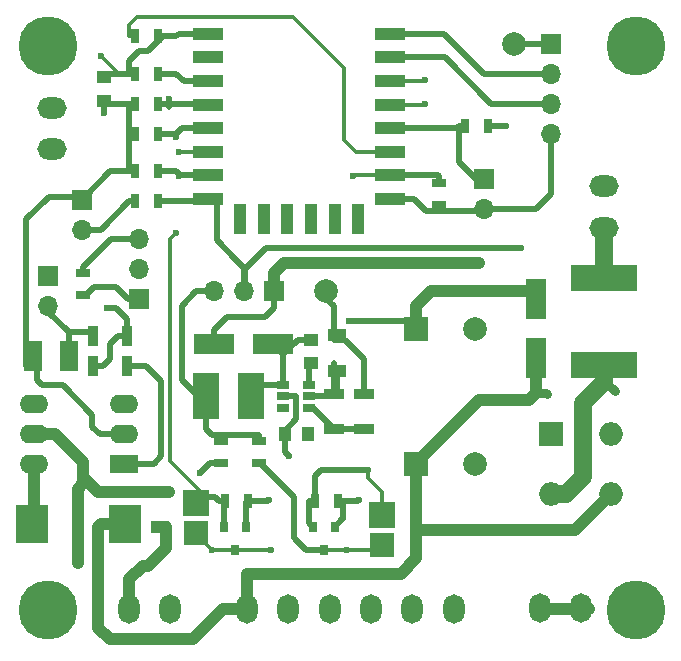
<source format=gbr>
%TF.GenerationSoftware,KiCad,Pcbnew,(5.1.2)-1*%
%TF.CreationDate,2019-05-07T13:27:00+02:00*%
%TF.ProjectId,nfc-door,6e66632d-646f-46f7-922e-6b696361645f,rev?*%
%TF.SameCoordinates,Original*%
%TF.FileFunction,Copper,L1,Top*%
%TF.FilePolarity,Positive*%
%FSLAX46Y46*%
G04 Gerber Fmt 4.6, Leading zero omitted, Abs format (unit mm)*
G04 Created by KiCad (PCBNEW (5.1.2)-1) date 2019-05-07 13:27:00*
%MOMM*%
%LPD*%
G04 APERTURE LIST*
%ADD10R,2.000000X2.000000*%
%ADD11C,2.000000*%
%ADD12R,2.700000X3.200000*%
%ADD13R,1.100000X2.500000*%
%ADD14R,2.500000X1.100000*%
%ADD15R,1.500000X2.600000*%
%ADD16R,1.700000X1.700000*%
%ADD17O,1.700000X1.700000*%
%ADD18C,1.998980*%
%ADD19R,0.700000X1.300000*%
%ADD20R,1.300000X0.700000*%
%ADD21R,2.159000X2.159000*%
%ADD22R,2.286000X2.286000*%
%ADD23O,1.800000X2.500000*%
%ADD24O,2.500000X1.800000*%
%ADD25R,2.400000X1.600000*%
%ADD26O,2.400000X1.600000*%
%ADD27R,1.250000X1.000000*%
%ADD28R,0.800000X0.900000*%
%ADD29R,1.000000X1.250000*%
%ADD30R,1.600000X1.000000*%
%ADD31R,1.800000X3.500000*%
%ADD32R,3.500000X1.800000*%
%ADD33R,5.600000X2.300000*%
%ADD34R,2.200000X3.900000*%
%ADD35R,0.900000X1.700000*%
%ADD36R,1.700000X0.900000*%
%ADD37R,1.060000X0.650000*%
%ADD38C,5.000000*%
%ADD39O,2.000000X2.000000*%
%ADD40C,0.600000*%
%ADD41C,0.500000*%
%ADD42C,1.000000*%
%ADD43C,0.250000*%
%ADD44C,0.300000*%
%ADD45C,0.750000*%
%ADD46C,1.500000*%
G04 APERTURE END LIST*
D10*
X111170000Y-139430000D03*
D11*
X116170000Y-139430000D03*
D12*
X86545000Y-144510000D03*
X78645000Y-144510000D03*
D13*
X106250000Y-118710000D03*
X104250000Y-118710000D03*
X102250000Y-118710000D03*
X100250000Y-118710000D03*
X98250000Y-118710000D03*
X96250000Y-118710000D03*
D14*
X108960000Y-103010000D03*
X108960000Y-105010000D03*
X108960000Y-107010000D03*
X108960000Y-109010000D03*
X108960000Y-111010000D03*
X108960000Y-113010000D03*
X108960000Y-115010000D03*
X108960000Y-117010000D03*
X93560000Y-117010000D03*
X93560000Y-115010000D03*
X93560000Y-113010000D03*
X93560000Y-111010000D03*
X93560000Y-109010000D03*
X93560000Y-107010000D03*
X93560000Y-105010000D03*
X93560000Y-103010000D03*
D15*
X78740000Y-130284000D03*
X81740000Y-130284000D03*
D16*
X79990000Y-123534000D03*
D17*
X79990000Y-126074000D03*
D18*
X103550000Y-124825000D03*
D19*
X94980000Y-142605000D03*
X96880000Y-142605000D03*
D18*
X103550000Y-124825000D03*
X103550000Y-124825000D03*
D19*
X96880000Y-142605000D03*
X94980000Y-142605000D03*
D20*
X82976000Y-125140000D03*
X82976000Y-123240000D03*
X97835000Y-137464000D03*
X97835000Y-139364000D03*
D19*
X102600000Y-142605000D03*
X104500000Y-142605000D03*
X87360000Y-114665000D03*
X89260000Y-114665000D03*
X115300000Y-110855000D03*
X117200000Y-110855000D03*
X87360000Y-117205000D03*
X89260000Y-117205000D03*
X87360000Y-108950000D03*
X89260000Y-108950000D03*
D20*
X94660000Y-137464000D03*
X94660000Y-139364000D03*
D19*
X94980000Y-142605000D03*
X96880000Y-142605000D03*
D20*
X113075000Y-117520000D03*
X113075000Y-115620000D03*
D19*
X87360000Y-106410000D03*
X89260000Y-106410000D03*
X87360000Y-103235000D03*
X89260000Y-103235000D03*
X87360000Y-111490000D03*
X89260000Y-111490000D03*
D21*
X92490000Y-145284000D03*
D22*
X92490000Y-142744000D03*
X108240000Y-143744000D03*
D21*
X108240000Y-146284000D03*
D16*
X87675000Y-125460000D03*
D17*
X87675000Y-122920000D03*
X87675000Y-120380000D03*
D16*
X122600000Y-103870000D03*
D17*
X122600000Y-106410000D03*
X122600000Y-108950000D03*
X122600000Y-111490000D03*
D23*
X114340000Y-151734000D03*
X110840000Y-151734000D03*
D24*
X80309000Y-112760000D03*
X80309000Y-109260000D03*
D16*
X99105000Y-124825000D03*
D17*
X96565000Y-124825000D03*
X94025000Y-124825000D03*
D25*
X86405000Y-139430000D03*
D26*
X78785000Y-134350000D03*
X86405000Y-136890000D03*
X78785000Y-136890000D03*
X86405000Y-134350000D03*
X78785000Y-139430000D03*
D16*
X116885000Y-115300000D03*
D17*
X116885000Y-117840000D03*
D16*
X82849000Y-117078000D03*
D17*
X82849000Y-119618000D03*
D27*
X84754000Y-106680000D03*
X84754000Y-108680000D03*
D28*
X96790000Y-144734000D03*
X94890000Y-144734000D03*
X95840000Y-146734000D03*
X104290000Y-144734000D03*
X102390000Y-144734000D03*
X103340000Y-146734000D03*
D18*
X119425000Y-103870000D03*
X103550000Y-124825000D03*
D10*
X111170000Y-128000000D03*
D11*
X116170000Y-128000000D03*
D29*
X100010000Y-136890000D03*
X102010000Y-136890000D03*
D27*
X102280000Y-128905000D03*
X102280000Y-130905000D03*
D30*
X89490000Y-144784000D03*
X89490000Y-141784000D03*
D31*
X121330000Y-125500000D03*
X121330000Y-130500000D03*
D32*
X99065000Y-129270000D03*
X94065000Y-129270000D03*
D33*
X127045000Y-131065000D03*
X127045000Y-123665000D03*
D24*
X127045000Y-115935000D03*
X127045000Y-119435000D03*
D23*
X90340000Y-151734000D03*
X86840000Y-151734000D03*
X100340000Y-151734000D03*
X96840000Y-151734000D03*
X107340000Y-151734000D03*
X103840000Y-151734000D03*
X125140000Y-151622000D03*
X121640000Y-151622000D03*
D34*
X97195000Y-133715000D03*
X93395000Y-133715000D03*
D35*
X86700000Y-128635000D03*
X83800000Y-128635000D03*
X83800000Y-131175000D03*
X86700000Y-131175000D03*
D36*
X104185000Y-133535000D03*
X104185000Y-136435000D03*
X106725000Y-133535000D03*
X106725000Y-136435000D03*
D37*
X99910000Y-132765000D03*
X99910000Y-133715000D03*
X99910000Y-134665000D03*
X102110000Y-134665000D03*
X102110000Y-132765000D03*
X102110000Y-133715000D03*
D30*
X104490000Y-131534000D03*
X104490000Y-128534000D03*
D38*
X79990000Y-151784000D03*
X129740000Y-151784000D03*
X79990000Y-104034000D03*
X129740000Y-104034000D03*
D10*
X122600000Y-136890000D03*
D39*
X127680000Y-141970000D03*
X122600000Y-141970000D03*
X127680000Y-136890000D03*
D40*
X104185000Y-133535000D03*
X102280000Y-136890000D03*
X116504000Y-122412000D03*
X84754000Y-109712000D03*
X104185000Y-133535000D03*
X102280000Y-136890000D03*
X116504000Y-122412000D03*
X84754000Y-109712000D03*
X104185000Y-133535000D03*
X102280000Y-136890000D03*
X116504000Y-122412000D03*
X84754000Y-109712000D03*
X104185000Y-133535000D03*
X102280000Y-136890000D03*
X116504000Y-122412000D03*
X84754000Y-109712000D03*
X118790000Y-110855000D03*
X120060000Y-121142000D03*
X98724000Y-142478000D03*
X106344000Y-142478000D03*
X118790000Y-110855000D03*
X120060000Y-121142000D03*
X98724000Y-142478000D03*
X106344000Y-142478000D03*
X118790000Y-110855000D03*
X120060000Y-121142000D03*
X98724000Y-142478000D03*
X106344000Y-142478000D03*
X118790000Y-110855000D03*
X120060000Y-121142000D03*
X98724000Y-142478000D03*
X106344000Y-142478000D03*
X122240000Y-133534000D03*
X86545000Y-144510000D03*
X122240000Y-133534000D03*
X86545000Y-144510000D03*
X122240000Y-133534000D03*
X86545000Y-144510000D03*
X122240000Y-133534000D03*
X86545000Y-144510000D03*
X91104000Y-115046000D03*
X85008000Y-126222000D03*
X91104000Y-115046000D03*
X85008000Y-126222000D03*
X91104000Y-115046000D03*
X85008000Y-126222000D03*
X91104000Y-115046000D03*
X85008000Y-126222000D03*
X105340000Y-146734000D03*
X105340000Y-146734000D03*
X105340000Y-146734000D03*
X105340000Y-146734000D03*
X82490000Y-147784000D03*
X82490000Y-147784000D03*
X82490000Y-147784000D03*
X82490000Y-147784000D03*
X93840000Y-146734000D03*
X92840000Y-140234000D03*
X98840000Y-146734000D03*
X93840000Y-146734000D03*
X92840000Y-140234000D03*
X98840000Y-146734000D03*
X93840000Y-146734000D03*
X92840000Y-140234000D03*
X98840000Y-146734000D03*
X93840000Y-146734000D03*
X92840000Y-140234000D03*
X98840000Y-146734000D03*
X100375000Y-138795000D03*
X105455000Y-127365000D03*
X100375000Y-138795000D03*
X105455000Y-127365000D03*
X100375000Y-138795000D03*
X105455000Y-127365000D03*
X100375000Y-138795000D03*
X105455000Y-127365000D03*
X78740000Y-144534000D03*
X78740000Y-144534000D03*
X78740000Y-144534000D03*
X78740000Y-144534000D03*
X111932000Y-108950000D03*
X107106000Y-139938000D03*
X111932000Y-108950000D03*
X107106000Y-139938000D03*
X111932000Y-108950000D03*
X107106000Y-139938000D03*
X111932000Y-108950000D03*
X107106000Y-139938000D03*
X90850000Y-119872000D03*
X111932000Y-106918000D03*
X90850000Y-119872000D03*
X111932000Y-106918000D03*
X90850000Y-119872000D03*
X111932000Y-106918000D03*
X90850000Y-119872000D03*
X111932000Y-106918000D03*
X127990000Y-133284000D03*
X127990000Y-133284000D03*
X127990000Y-133284000D03*
X127990000Y-133284000D03*
X90850000Y-111744000D03*
X90850000Y-111744000D03*
X90850000Y-111744000D03*
X90850000Y-111744000D03*
X90215000Y-108569000D03*
X90215000Y-108569000D03*
X90215000Y-108569000D03*
X90215000Y-108569000D03*
X105836000Y-115046000D03*
X105836000Y-115046000D03*
X105836000Y-115046000D03*
X105836000Y-115046000D03*
X84500000Y-104886000D03*
X84500000Y-104886000D03*
X84500000Y-104886000D03*
X84500000Y-104886000D03*
X91104000Y-113014000D03*
X91104000Y-113014000D03*
X91104000Y-113014000D03*
X91104000Y-113014000D03*
D41*
X78150000Y-129905000D02*
X78150000Y-131175000D01*
X86860000Y-114665000D02*
X86860000Y-114534000D01*
X86860000Y-114534000D02*
X86860000Y-111490000D01*
X86860000Y-111490000D02*
X86860000Y-108950000D01*
X108260000Y-117010000D02*
X110975000Y-117010000D01*
X111985000Y-118020000D02*
X113075000Y-118020000D01*
X110975000Y-117010000D02*
X111985000Y-118020000D01*
X113075000Y-118020000D02*
X116705000Y-118020000D01*
X116705000Y-118020000D02*
X116885000Y-117840000D01*
X116885000Y-117840000D02*
X121330000Y-117840000D01*
X122600000Y-116570000D02*
X122600000Y-111490000D01*
X121330000Y-117840000D02*
X122600000Y-116570000D01*
X104005000Y-133715000D02*
X104185000Y-133535000D01*
X104185000Y-133535000D02*
X104185000Y-130905000D01*
X102110000Y-133715000D02*
X104005000Y-133715000D01*
X104005000Y-133715000D02*
X104185000Y-133535000D01*
X102280000Y-136890000D02*
X102010000Y-136890000D01*
D42*
X99105000Y-124825000D02*
X99105000Y-123301000D01*
X99994000Y-122412000D02*
X114472000Y-122412000D01*
X114472000Y-122412000D02*
X116504000Y-122412000D01*
X99105000Y-123301000D02*
X99994000Y-122412000D01*
X114472000Y-122412000D02*
X116504000Y-122412000D01*
D41*
X86860000Y-108950000D02*
X85024000Y-108950000D01*
X85024000Y-108950000D02*
X84754000Y-108680000D01*
X84754000Y-108680000D02*
X84754000Y-109712000D01*
D42*
X125775000Y-151749000D02*
X121965000Y-151749000D01*
D41*
X86860000Y-114665000D02*
X85262000Y-114665000D01*
X85262000Y-114665000D02*
X83103000Y-116824000D01*
X83103000Y-116824000D02*
X80055000Y-116824000D01*
X78150000Y-118729000D02*
X78150000Y-125144000D01*
X78150000Y-125144000D02*
X78150000Y-129905000D01*
X80055000Y-116824000D02*
X78150000Y-118729000D01*
X94065000Y-129270000D02*
X94065000Y-128109000D01*
X99105000Y-126269000D02*
X99105000Y-124825000D01*
X98340000Y-127034000D02*
X99105000Y-126269000D01*
X95140000Y-127034000D02*
X98340000Y-127034000D01*
X94065000Y-128109000D02*
X95140000Y-127034000D01*
X79040000Y-131034000D02*
X78291000Y-131034000D01*
X78291000Y-131034000D02*
X78150000Y-131175000D01*
X104490000Y-131534000D02*
X104490000Y-133230000D01*
X104490000Y-133230000D02*
X104185000Y-133535000D01*
D42*
X89990000Y-144784000D02*
X89990000Y-146534000D01*
X86840000Y-149184000D02*
X86840000Y-151734000D01*
X87990000Y-148034000D02*
X86840000Y-149184000D01*
X88490000Y-148034000D02*
X87990000Y-148034000D01*
X89990000Y-146534000D02*
X88490000Y-148034000D01*
D41*
X79040000Y-131034000D02*
X79040000Y-132334000D01*
X84346000Y-136890000D02*
X86405000Y-136890000D01*
X83740000Y-136284000D02*
X84346000Y-136890000D01*
X83740000Y-135284000D02*
X83740000Y-136284000D01*
X81240000Y-132784000D02*
X83740000Y-135284000D01*
X79490000Y-132784000D02*
X81240000Y-132784000D01*
X79040000Y-132334000D02*
X79490000Y-132784000D01*
X87360000Y-108950000D02*
X85024000Y-108950000D01*
X85024000Y-108950000D02*
X84754000Y-108680000D01*
X87360000Y-111490000D02*
X86860000Y-111490000D01*
X87360000Y-114665000D02*
X86860000Y-114665000D01*
X86860000Y-114665000D02*
X86860000Y-114534000D01*
X113075000Y-117520000D02*
X113075000Y-118020000D01*
X78150000Y-129905000D02*
X78150000Y-131175000D01*
X86860000Y-114665000D02*
X86860000Y-114534000D01*
X86860000Y-114534000D02*
X86860000Y-111490000D01*
X86860000Y-111490000D02*
X86860000Y-108950000D01*
X108260000Y-117010000D02*
X110975000Y-117010000D01*
X111985000Y-118020000D02*
X113075000Y-118020000D01*
X110975000Y-117010000D02*
X111985000Y-118020000D01*
X113075000Y-118020000D02*
X116705000Y-118020000D01*
X116705000Y-118020000D02*
X116885000Y-117840000D01*
X116885000Y-117840000D02*
X121330000Y-117840000D01*
X122600000Y-116570000D02*
X122600000Y-111490000D01*
X121330000Y-117840000D02*
X122600000Y-116570000D01*
X104005000Y-133715000D02*
X104185000Y-133535000D01*
X104185000Y-133535000D02*
X104185000Y-130905000D01*
X102110000Y-133715000D02*
X104005000Y-133715000D01*
X104005000Y-133715000D02*
X104185000Y-133535000D01*
X102280000Y-136890000D02*
X102010000Y-136890000D01*
D42*
X99105000Y-124825000D02*
X99105000Y-123301000D01*
X99994000Y-122412000D02*
X114472000Y-122412000D01*
X114472000Y-122412000D02*
X116504000Y-122412000D01*
X99105000Y-123301000D02*
X99994000Y-122412000D01*
X114472000Y-122412000D02*
X116504000Y-122412000D01*
D41*
X86860000Y-108950000D02*
X85024000Y-108950000D01*
X85024000Y-108950000D02*
X84754000Y-108680000D01*
X84754000Y-108680000D02*
X84754000Y-109712000D01*
D42*
X125775000Y-151749000D02*
X121965000Y-151749000D01*
D41*
X86860000Y-114665000D02*
X85262000Y-114665000D01*
X85262000Y-114665000D02*
X83103000Y-116824000D01*
X83103000Y-116824000D02*
X80055000Y-116824000D01*
X78150000Y-118729000D02*
X78150000Y-125144000D01*
X78150000Y-125144000D02*
X78150000Y-129905000D01*
X80055000Y-116824000D02*
X78150000Y-118729000D01*
X94065000Y-129270000D02*
X94065000Y-128109000D01*
X99105000Y-126269000D02*
X99105000Y-124825000D01*
X98340000Y-127034000D02*
X99105000Y-126269000D01*
X95140000Y-127034000D02*
X98340000Y-127034000D01*
X94065000Y-128109000D02*
X95140000Y-127034000D01*
X79040000Y-131034000D02*
X78291000Y-131034000D01*
X78291000Y-131034000D02*
X78150000Y-131175000D01*
X104490000Y-131534000D02*
X104490000Y-133230000D01*
X104490000Y-133230000D02*
X104185000Y-133535000D01*
D42*
X89990000Y-144784000D02*
X89990000Y-146534000D01*
X86840000Y-149184000D02*
X86840000Y-151734000D01*
X87990000Y-148034000D02*
X86840000Y-149184000D01*
X88490000Y-148034000D02*
X87990000Y-148034000D01*
X89990000Y-146534000D02*
X88490000Y-148034000D01*
D41*
X79040000Y-131034000D02*
X79040000Y-132334000D01*
X84346000Y-136890000D02*
X86405000Y-136890000D01*
X83740000Y-136284000D02*
X84346000Y-136890000D01*
X83740000Y-135284000D02*
X83740000Y-136284000D01*
X81240000Y-132784000D02*
X83740000Y-135284000D01*
X79490000Y-132784000D02*
X81240000Y-132784000D01*
X79040000Y-132334000D02*
X79490000Y-132784000D01*
X87360000Y-108950000D02*
X85024000Y-108950000D01*
X85024000Y-108950000D02*
X84754000Y-108680000D01*
X87360000Y-111490000D02*
X86860000Y-111490000D01*
X87360000Y-114665000D02*
X86860000Y-114665000D01*
X86860000Y-114665000D02*
X86860000Y-114534000D01*
X113075000Y-117520000D02*
X113075000Y-118020000D01*
X78150000Y-129905000D02*
X78150000Y-131175000D01*
X86860000Y-114665000D02*
X86860000Y-114534000D01*
X86860000Y-114534000D02*
X86860000Y-111490000D01*
X86860000Y-111490000D02*
X86860000Y-108950000D01*
X108260000Y-117010000D02*
X110975000Y-117010000D01*
X111985000Y-118020000D02*
X113075000Y-118020000D01*
X110975000Y-117010000D02*
X111985000Y-118020000D01*
X113075000Y-118020000D02*
X116705000Y-118020000D01*
X116705000Y-118020000D02*
X116885000Y-117840000D01*
X116885000Y-117840000D02*
X121330000Y-117840000D01*
X122600000Y-116570000D02*
X122600000Y-111490000D01*
X121330000Y-117840000D02*
X122600000Y-116570000D01*
X104005000Y-133715000D02*
X104185000Y-133535000D01*
X104185000Y-133535000D02*
X104185000Y-130905000D01*
X102110000Y-133715000D02*
X104005000Y-133715000D01*
X104005000Y-133715000D02*
X104185000Y-133535000D01*
X102280000Y-136890000D02*
X102010000Y-136890000D01*
D42*
X99105000Y-124825000D02*
X99105000Y-123301000D01*
X99994000Y-122412000D02*
X114472000Y-122412000D01*
X114472000Y-122412000D02*
X116504000Y-122412000D01*
X99105000Y-123301000D02*
X99994000Y-122412000D01*
X114472000Y-122412000D02*
X116504000Y-122412000D01*
D41*
X86860000Y-108950000D02*
X85024000Y-108950000D01*
X85024000Y-108950000D02*
X84754000Y-108680000D01*
X84754000Y-108680000D02*
X84754000Y-109712000D01*
D42*
X125775000Y-151749000D02*
X121965000Y-151749000D01*
D41*
X86860000Y-114665000D02*
X85262000Y-114665000D01*
X85262000Y-114665000D02*
X83103000Y-116824000D01*
X83103000Y-116824000D02*
X80055000Y-116824000D01*
X78150000Y-118729000D02*
X78150000Y-125144000D01*
X78150000Y-125144000D02*
X78150000Y-129905000D01*
X80055000Y-116824000D02*
X78150000Y-118729000D01*
X94065000Y-129270000D02*
X94065000Y-128109000D01*
X99105000Y-126269000D02*
X99105000Y-124825000D01*
X98340000Y-127034000D02*
X99105000Y-126269000D01*
X95140000Y-127034000D02*
X98340000Y-127034000D01*
X94065000Y-128109000D02*
X95140000Y-127034000D01*
X79040000Y-131034000D02*
X78291000Y-131034000D01*
X78291000Y-131034000D02*
X78150000Y-131175000D01*
X104490000Y-131534000D02*
X104490000Y-133230000D01*
X104490000Y-133230000D02*
X104185000Y-133535000D01*
D42*
X89990000Y-144784000D02*
X89990000Y-146534000D01*
X86840000Y-149184000D02*
X86840000Y-151734000D01*
X87990000Y-148034000D02*
X86840000Y-149184000D01*
X88490000Y-148034000D02*
X87990000Y-148034000D01*
X89990000Y-146534000D02*
X88490000Y-148034000D01*
D41*
X79040000Y-131034000D02*
X79040000Y-132334000D01*
X84346000Y-136890000D02*
X86405000Y-136890000D01*
X83740000Y-136284000D02*
X84346000Y-136890000D01*
X83740000Y-135284000D02*
X83740000Y-136284000D01*
X81240000Y-132784000D02*
X83740000Y-135284000D01*
X79490000Y-132784000D02*
X81240000Y-132784000D01*
X79040000Y-132334000D02*
X79490000Y-132784000D01*
X87360000Y-108950000D02*
X85024000Y-108950000D01*
X85024000Y-108950000D02*
X84754000Y-108680000D01*
X87360000Y-111490000D02*
X86860000Y-111490000D01*
X87360000Y-114665000D02*
X86860000Y-114665000D01*
X86860000Y-114665000D02*
X86860000Y-114534000D01*
X113075000Y-117520000D02*
X113075000Y-118020000D01*
X78150000Y-129905000D02*
X78150000Y-131175000D01*
X86860000Y-114665000D02*
X86860000Y-114534000D01*
X86860000Y-114534000D02*
X86860000Y-111490000D01*
X86860000Y-111490000D02*
X86860000Y-108950000D01*
X108260000Y-117010000D02*
X110975000Y-117010000D01*
X111985000Y-118020000D02*
X113075000Y-118020000D01*
X110975000Y-117010000D02*
X111985000Y-118020000D01*
X113075000Y-118020000D02*
X116705000Y-118020000D01*
X116705000Y-118020000D02*
X116885000Y-117840000D01*
X116885000Y-117840000D02*
X121330000Y-117840000D01*
X122600000Y-116570000D02*
X122600000Y-111490000D01*
X121330000Y-117840000D02*
X122600000Y-116570000D01*
X104005000Y-133715000D02*
X104185000Y-133535000D01*
X104185000Y-133535000D02*
X104185000Y-130905000D01*
X102110000Y-133715000D02*
X104005000Y-133715000D01*
X104005000Y-133715000D02*
X104185000Y-133535000D01*
X102280000Y-136890000D02*
X102010000Y-136890000D01*
D42*
X99105000Y-124825000D02*
X99105000Y-123301000D01*
X99994000Y-122412000D02*
X114472000Y-122412000D01*
X114472000Y-122412000D02*
X116504000Y-122412000D01*
X99105000Y-123301000D02*
X99994000Y-122412000D01*
X114472000Y-122412000D02*
X116504000Y-122412000D01*
D41*
X86860000Y-108950000D02*
X85024000Y-108950000D01*
X85024000Y-108950000D02*
X84754000Y-108680000D01*
X84754000Y-108680000D02*
X84754000Y-109712000D01*
D42*
X125775000Y-151749000D02*
X121965000Y-151749000D01*
D41*
X86860000Y-114665000D02*
X85262000Y-114665000D01*
X85262000Y-114665000D02*
X83103000Y-116824000D01*
X83103000Y-116824000D02*
X80055000Y-116824000D01*
X78150000Y-118729000D02*
X78150000Y-125144000D01*
X78150000Y-125144000D02*
X78150000Y-129905000D01*
X80055000Y-116824000D02*
X78150000Y-118729000D01*
X94065000Y-129270000D02*
X94065000Y-128109000D01*
X99105000Y-126269000D02*
X99105000Y-124825000D01*
X98340000Y-127034000D02*
X99105000Y-126269000D01*
X95140000Y-127034000D02*
X98340000Y-127034000D01*
X94065000Y-128109000D02*
X95140000Y-127034000D01*
X79040000Y-131034000D02*
X78291000Y-131034000D01*
X78291000Y-131034000D02*
X78150000Y-131175000D01*
X104490000Y-131534000D02*
X104490000Y-133230000D01*
X104490000Y-133230000D02*
X104185000Y-133535000D01*
D42*
X89990000Y-144784000D02*
X89990000Y-146534000D01*
X86840000Y-149184000D02*
X86840000Y-151734000D01*
X87990000Y-148034000D02*
X86840000Y-149184000D01*
X88490000Y-148034000D02*
X87990000Y-148034000D01*
X89990000Y-146534000D02*
X88490000Y-148034000D01*
D41*
X79040000Y-131034000D02*
X79040000Y-132334000D01*
X84346000Y-136890000D02*
X86405000Y-136890000D01*
X83740000Y-136284000D02*
X84346000Y-136890000D01*
X83740000Y-135284000D02*
X83740000Y-136284000D01*
X81240000Y-132784000D02*
X83740000Y-135284000D01*
X79490000Y-132784000D02*
X81240000Y-132784000D01*
X79040000Y-132334000D02*
X79490000Y-132784000D01*
X87360000Y-108950000D02*
X85024000Y-108950000D01*
X85024000Y-108950000D02*
X84754000Y-108680000D01*
X87360000Y-111490000D02*
X86860000Y-111490000D01*
X87360000Y-114665000D02*
X86860000Y-114665000D01*
X86860000Y-114665000D02*
X86860000Y-114534000D01*
X113075000Y-117520000D02*
X113075000Y-118020000D01*
X89760000Y-117205000D02*
X89840000Y-117205000D01*
X89840000Y-117205000D02*
X94065000Y-117205000D01*
X94065000Y-117205000D02*
X94260000Y-117010000D01*
X122600000Y-103870000D02*
X119425000Y-103870000D01*
X118790000Y-110855000D02*
X117700000Y-110855000D01*
X94260000Y-117010000D02*
X94260000Y-120488000D01*
X96692000Y-124698000D02*
X96565000Y-124825000D01*
X96692000Y-122920000D02*
X96692000Y-124698000D01*
X95930000Y-122158000D02*
X96692000Y-122920000D01*
X94260000Y-120488000D02*
X95930000Y-122158000D01*
X96565000Y-124825000D02*
X96565000Y-123047000D01*
X98470000Y-121142000D02*
X120060000Y-121142000D01*
X96565000Y-123047000D02*
X98470000Y-121142000D01*
D43*
X98597000Y-142605000D02*
X98724000Y-142478000D01*
X106217000Y-142605000D02*
X105000000Y-142605000D01*
X106344000Y-142478000D02*
X106217000Y-142605000D01*
D44*
X104290000Y-144734000D02*
X104340000Y-144734000D01*
X104340000Y-144734000D02*
X104940000Y-144134000D01*
X104940000Y-144134000D02*
X105000000Y-144074000D01*
D41*
X117200000Y-110855000D02*
X118790000Y-110855000D01*
X104500000Y-142605000D02*
X106217000Y-142605000D01*
X106217000Y-142605000D02*
X106344000Y-142478000D01*
X105000000Y-142605000D02*
X105000000Y-144074000D01*
X104940000Y-144134000D02*
X104890000Y-144134000D01*
X104890000Y-144134000D02*
X104290000Y-144734000D01*
X89840000Y-117205000D02*
X89260000Y-117205000D01*
X96790000Y-144734000D02*
X96790000Y-142695000D01*
X96790000Y-142695000D02*
X96880000Y-142605000D01*
X96880000Y-142605000D02*
X98597000Y-142605000D01*
X98597000Y-142605000D02*
X98724000Y-142478000D01*
X89760000Y-117205000D02*
X89840000Y-117205000D01*
X89840000Y-117205000D02*
X94065000Y-117205000D01*
X94065000Y-117205000D02*
X94260000Y-117010000D01*
X122600000Y-103870000D02*
X119425000Y-103870000D01*
X118790000Y-110855000D02*
X117700000Y-110855000D01*
X94260000Y-117010000D02*
X94260000Y-120488000D01*
X96692000Y-124698000D02*
X96565000Y-124825000D01*
X96692000Y-122920000D02*
X96692000Y-124698000D01*
X95930000Y-122158000D02*
X96692000Y-122920000D01*
X94260000Y-120488000D02*
X95930000Y-122158000D01*
X96565000Y-124825000D02*
X96565000Y-123047000D01*
X98470000Y-121142000D02*
X120060000Y-121142000D01*
X96565000Y-123047000D02*
X98470000Y-121142000D01*
D43*
X98597000Y-142605000D02*
X98724000Y-142478000D01*
X106217000Y-142605000D02*
X105000000Y-142605000D01*
X106344000Y-142478000D02*
X106217000Y-142605000D01*
D44*
X104290000Y-144734000D02*
X104340000Y-144734000D01*
X104340000Y-144734000D02*
X104940000Y-144134000D01*
X104940000Y-144134000D02*
X105000000Y-144074000D01*
D41*
X117200000Y-110855000D02*
X118790000Y-110855000D01*
X104500000Y-142605000D02*
X106217000Y-142605000D01*
X106217000Y-142605000D02*
X106344000Y-142478000D01*
X105000000Y-142605000D02*
X105000000Y-144074000D01*
X104940000Y-144134000D02*
X104890000Y-144134000D01*
X104890000Y-144134000D02*
X104290000Y-144734000D01*
X89840000Y-117205000D02*
X89260000Y-117205000D01*
X96790000Y-144734000D02*
X96790000Y-142695000D01*
X96790000Y-142695000D02*
X96880000Y-142605000D01*
X96880000Y-142605000D02*
X98597000Y-142605000D01*
X98597000Y-142605000D02*
X98724000Y-142478000D01*
X89760000Y-117205000D02*
X89840000Y-117205000D01*
X89840000Y-117205000D02*
X94065000Y-117205000D01*
X94065000Y-117205000D02*
X94260000Y-117010000D01*
X122600000Y-103870000D02*
X119425000Y-103870000D01*
X118790000Y-110855000D02*
X117700000Y-110855000D01*
X94260000Y-117010000D02*
X94260000Y-120488000D01*
X96692000Y-124698000D02*
X96565000Y-124825000D01*
X96692000Y-122920000D02*
X96692000Y-124698000D01*
X95930000Y-122158000D02*
X96692000Y-122920000D01*
X94260000Y-120488000D02*
X95930000Y-122158000D01*
X96565000Y-124825000D02*
X96565000Y-123047000D01*
X98470000Y-121142000D02*
X120060000Y-121142000D01*
X96565000Y-123047000D02*
X98470000Y-121142000D01*
D43*
X98597000Y-142605000D02*
X98724000Y-142478000D01*
X106217000Y-142605000D02*
X105000000Y-142605000D01*
X106344000Y-142478000D02*
X106217000Y-142605000D01*
D44*
X104290000Y-144734000D02*
X104340000Y-144734000D01*
X104340000Y-144734000D02*
X104940000Y-144134000D01*
X104940000Y-144134000D02*
X105000000Y-144074000D01*
D41*
X117200000Y-110855000D02*
X118790000Y-110855000D01*
X104500000Y-142605000D02*
X106217000Y-142605000D01*
X106217000Y-142605000D02*
X106344000Y-142478000D01*
X105000000Y-142605000D02*
X105000000Y-144074000D01*
X104940000Y-144134000D02*
X104890000Y-144134000D01*
X104890000Y-144134000D02*
X104290000Y-144734000D01*
X89840000Y-117205000D02*
X89260000Y-117205000D01*
X96790000Y-144734000D02*
X96790000Y-142695000D01*
X96790000Y-142695000D02*
X96880000Y-142605000D01*
X96880000Y-142605000D02*
X98597000Y-142605000D01*
X98597000Y-142605000D02*
X98724000Y-142478000D01*
X89760000Y-117205000D02*
X89840000Y-117205000D01*
X89840000Y-117205000D02*
X94065000Y-117205000D01*
X94065000Y-117205000D02*
X94260000Y-117010000D01*
X122600000Y-103870000D02*
X119425000Y-103870000D01*
X118790000Y-110855000D02*
X117700000Y-110855000D01*
X94260000Y-117010000D02*
X94260000Y-120488000D01*
X96692000Y-124698000D02*
X96565000Y-124825000D01*
X96692000Y-122920000D02*
X96692000Y-124698000D01*
X95930000Y-122158000D02*
X96692000Y-122920000D01*
X94260000Y-120488000D02*
X95930000Y-122158000D01*
X96565000Y-124825000D02*
X96565000Y-123047000D01*
X98470000Y-121142000D02*
X120060000Y-121142000D01*
X96565000Y-123047000D02*
X98470000Y-121142000D01*
D43*
X98597000Y-142605000D02*
X98724000Y-142478000D01*
X106217000Y-142605000D02*
X105000000Y-142605000D01*
X106344000Y-142478000D02*
X106217000Y-142605000D01*
D44*
X104290000Y-144734000D02*
X104340000Y-144734000D01*
X104340000Y-144734000D02*
X104940000Y-144134000D01*
X104940000Y-144134000D02*
X105000000Y-144074000D01*
D41*
X117200000Y-110855000D02*
X118790000Y-110855000D01*
X104500000Y-142605000D02*
X106217000Y-142605000D01*
X106217000Y-142605000D02*
X106344000Y-142478000D01*
X105000000Y-142605000D02*
X105000000Y-144074000D01*
X104940000Y-144134000D02*
X104890000Y-144134000D01*
X104890000Y-144134000D02*
X104290000Y-144734000D01*
X89840000Y-117205000D02*
X89260000Y-117205000D01*
X96790000Y-144734000D02*
X96790000Y-142695000D01*
X96790000Y-142695000D02*
X96880000Y-142605000D01*
X96880000Y-142605000D02*
X98597000Y-142605000D01*
X98597000Y-142605000D02*
X98724000Y-142478000D01*
D42*
X96840000Y-151734000D02*
X96840000Y-148734000D01*
X111170000Y-147404000D02*
X109840000Y-148734000D01*
X109840000Y-148734000D02*
X96840000Y-148734000D01*
X111170000Y-139430000D02*
X111170000Y-147404000D01*
X111170000Y-139430000D02*
X111170000Y-144964000D01*
X124616000Y-145034000D02*
X127680000Y-141970000D01*
X111240000Y-145034000D02*
X124616000Y-145034000D01*
X111170000Y-144964000D02*
X111240000Y-145034000D01*
X111170000Y-139430000D02*
X111170000Y-139354000D01*
X121330000Y-133444000D02*
X121330000Y-130500000D01*
X120740000Y-134034000D02*
X121330000Y-133444000D01*
X116490000Y-134034000D02*
X120740000Y-134034000D01*
X111170000Y-139354000D02*
X116490000Y-134034000D01*
D45*
X121330000Y-133444000D02*
X122150000Y-133444000D01*
X122150000Y-133444000D02*
X122240000Y-133534000D01*
D42*
X84500000Y-144510000D02*
X84240000Y-144770000D01*
X84240000Y-144770000D02*
X84240000Y-153284000D01*
X84240000Y-153284000D02*
X85240000Y-154284000D01*
X85240000Y-154284000D02*
X92240000Y-154284000D01*
X92240000Y-154284000D02*
X94790000Y-151734000D01*
X94790000Y-151734000D02*
X96840000Y-151734000D01*
X84500000Y-144510000D02*
X86545000Y-144510000D01*
X96840000Y-151734000D02*
X96840000Y-148734000D01*
X111170000Y-147404000D02*
X109840000Y-148734000D01*
X109840000Y-148734000D02*
X96840000Y-148734000D01*
X111170000Y-139430000D02*
X111170000Y-147404000D01*
X111170000Y-139430000D02*
X111170000Y-144964000D01*
X124616000Y-145034000D02*
X127680000Y-141970000D01*
X111240000Y-145034000D02*
X124616000Y-145034000D01*
X111170000Y-144964000D02*
X111240000Y-145034000D01*
X111170000Y-139430000D02*
X111170000Y-139354000D01*
X121330000Y-133444000D02*
X121330000Y-130500000D01*
X120740000Y-134034000D02*
X121330000Y-133444000D01*
X116490000Y-134034000D02*
X120740000Y-134034000D01*
X111170000Y-139354000D02*
X116490000Y-134034000D01*
D45*
X121330000Y-133444000D02*
X122150000Y-133444000D01*
X122150000Y-133444000D02*
X122240000Y-133534000D01*
D42*
X84500000Y-144510000D02*
X84240000Y-144770000D01*
X84240000Y-144770000D02*
X84240000Y-153284000D01*
X84240000Y-153284000D02*
X85240000Y-154284000D01*
X85240000Y-154284000D02*
X92240000Y-154284000D01*
X92240000Y-154284000D02*
X94790000Y-151734000D01*
X94790000Y-151734000D02*
X96840000Y-151734000D01*
X84500000Y-144510000D02*
X86545000Y-144510000D01*
X96840000Y-151734000D02*
X96840000Y-148734000D01*
X111170000Y-147404000D02*
X109840000Y-148734000D01*
X109840000Y-148734000D02*
X96840000Y-148734000D01*
X111170000Y-139430000D02*
X111170000Y-147404000D01*
X111170000Y-139430000D02*
X111170000Y-144964000D01*
X124616000Y-145034000D02*
X127680000Y-141970000D01*
X111240000Y-145034000D02*
X124616000Y-145034000D01*
X111170000Y-144964000D02*
X111240000Y-145034000D01*
X111170000Y-139430000D02*
X111170000Y-139354000D01*
X121330000Y-133444000D02*
X121330000Y-130500000D01*
X120740000Y-134034000D02*
X121330000Y-133444000D01*
X116490000Y-134034000D02*
X120740000Y-134034000D01*
X111170000Y-139354000D02*
X116490000Y-134034000D01*
D45*
X121330000Y-133444000D02*
X122150000Y-133444000D01*
X122150000Y-133444000D02*
X122240000Y-133534000D01*
D42*
X84500000Y-144510000D02*
X84240000Y-144770000D01*
X84240000Y-144770000D02*
X84240000Y-153284000D01*
X84240000Y-153284000D02*
X85240000Y-154284000D01*
X85240000Y-154284000D02*
X92240000Y-154284000D01*
X92240000Y-154284000D02*
X94790000Y-151734000D01*
X94790000Y-151734000D02*
X96840000Y-151734000D01*
X84500000Y-144510000D02*
X86545000Y-144510000D01*
X96840000Y-151734000D02*
X96840000Y-148734000D01*
X111170000Y-147404000D02*
X109840000Y-148734000D01*
X109840000Y-148734000D02*
X96840000Y-148734000D01*
X111170000Y-139430000D02*
X111170000Y-147404000D01*
X111170000Y-139430000D02*
X111170000Y-144964000D01*
X124616000Y-145034000D02*
X127680000Y-141970000D01*
X111240000Y-145034000D02*
X124616000Y-145034000D01*
X111170000Y-144964000D02*
X111240000Y-145034000D01*
X111170000Y-139430000D02*
X111170000Y-139354000D01*
X121330000Y-133444000D02*
X121330000Y-130500000D01*
X120740000Y-134034000D02*
X121330000Y-133444000D01*
X116490000Y-134034000D02*
X120740000Y-134034000D01*
X111170000Y-139354000D02*
X116490000Y-134034000D01*
D45*
X121330000Y-133444000D02*
X122150000Y-133444000D01*
X122150000Y-133444000D02*
X122240000Y-133534000D01*
D42*
X84500000Y-144510000D02*
X84240000Y-144770000D01*
X84240000Y-144770000D02*
X84240000Y-153284000D01*
X84240000Y-153284000D02*
X85240000Y-154284000D01*
X85240000Y-154284000D02*
X92240000Y-154284000D01*
X92240000Y-154284000D02*
X94790000Y-151734000D01*
X94790000Y-151734000D02*
X96840000Y-151734000D01*
X84500000Y-144510000D02*
X86545000Y-144510000D01*
D41*
X104185000Y-128905000D02*
X104185000Y-126095000D01*
X103550000Y-125460000D02*
X103550000Y-124825000D01*
X104185000Y-126095000D02*
X103550000Y-125460000D01*
X106725000Y-133535000D02*
X106725000Y-130540000D01*
X105090000Y-128905000D02*
X104185000Y-128905000D01*
X106725000Y-130540000D02*
X105090000Y-128905000D01*
X94660000Y-136964000D02*
X97835000Y-136964000D01*
X97835000Y-136964000D02*
X97835000Y-137464000D01*
X94660000Y-136964000D02*
X93845000Y-136964000D01*
X93395000Y-136514000D02*
X93395000Y-133715000D01*
X93845000Y-136964000D02*
X93395000Y-136514000D01*
X93395000Y-133715000D02*
X92721000Y-133715000D01*
X92549000Y-124825000D02*
X94025000Y-124825000D01*
X91340000Y-126034000D02*
X92549000Y-124825000D01*
X91340000Y-132334000D02*
X91340000Y-126034000D01*
X92721000Y-133715000D02*
X91340000Y-132334000D01*
X94660000Y-137464000D02*
X94660000Y-136964000D01*
X104185000Y-128905000D02*
X104185000Y-126095000D01*
X103550000Y-125460000D02*
X103550000Y-124825000D01*
X104185000Y-126095000D02*
X103550000Y-125460000D01*
X106725000Y-133535000D02*
X106725000Y-130540000D01*
X105090000Y-128905000D02*
X104185000Y-128905000D01*
X106725000Y-130540000D02*
X105090000Y-128905000D01*
X94660000Y-136964000D02*
X97835000Y-136964000D01*
X97835000Y-136964000D02*
X97835000Y-137464000D01*
X94660000Y-136964000D02*
X93845000Y-136964000D01*
X93395000Y-136514000D02*
X93395000Y-133715000D01*
X93845000Y-136964000D02*
X93395000Y-136514000D01*
X93395000Y-133715000D02*
X92721000Y-133715000D01*
X92549000Y-124825000D02*
X94025000Y-124825000D01*
X91340000Y-126034000D02*
X92549000Y-124825000D01*
X91340000Y-132334000D02*
X91340000Y-126034000D01*
X92721000Y-133715000D02*
X91340000Y-132334000D01*
X94660000Y-137464000D02*
X94660000Y-136964000D01*
X104185000Y-128905000D02*
X104185000Y-126095000D01*
X103550000Y-125460000D02*
X103550000Y-124825000D01*
X104185000Y-126095000D02*
X103550000Y-125460000D01*
X106725000Y-133535000D02*
X106725000Y-130540000D01*
X105090000Y-128905000D02*
X104185000Y-128905000D01*
X106725000Y-130540000D02*
X105090000Y-128905000D01*
X94660000Y-136964000D02*
X97835000Y-136964000D01*
X97835000Y-136964000D02*
X97835000Y-137464000D01*
X94660000Y-136964000D02*
X93845000Y-136964000D01*
X93395000Y-136514000D02*
X93395000Y-133715000D01*
X93845000Y-136964000D02*
X93395000Y-136514000D01*
X93395000Y-133715000D02*
X92721000Y-133715000D01*
X92549000Y-124825000D02*
X94025000Y-124825000D01*
X91340000Y-126034000D02*
X92549000Y-124825000D01*
X91340000Y-132334000D02*
X91340000Y-126034000D01*
X92721000Y-133715000D02*
X91340000Y-132334000D01*
X94660000Y-137464000D02*
X94660000Y-136964000D01*
X104185000Y-128905000D02*
X104185000Y-126095000D01*
X103550000Y-125460000D02*
X103550000Y-124825000D01*
X104185000Y-126095000D02*
X103550000Y-125460000D01*
X106725000Y-133535000D02*
X106725000Y-130540000D01*
X105090000Y-128905000D02*
X104185000Y-128905000D01*
X106725000Y-130540000D02*
X105090000Y-128905000D01*
X94660000Y-136964000D02*
X97835000Y-136964000D01*
X97835000Y-136964000D02*
X97835000Y-137464000D01*
X94660000Y-136964000D02*
X93845000Y-136964000D01*
X93395000Y-136514000D02*
X93395000Y-133715000D01*
X93845000Y-136964000D02*
X93395000Y-136514000D01*
X93395000Y-133715000D02*
X92721000Y-133715000D01*
X92549000Y-124825000D02*
X94025000Y-124825000D01*
X91340000Y-126034000D02*
X92549000Y-124825000D01*
X91340000Y-132334000D02*
X91340000Y-126034000D01*
X92721000Y-133715000D02*
X91340000Y-132334000D01*
X94660000Y-137464000D02*
X94660000Y-136964000D01*
X108260000Y-103010000D02*
X113485000Y-103010000D01*
X116885000Y-106410000D02*
X122600000Y-106410000D01*
X113485000Y-103010000D02*
X116885000Y-106410000D01*
X108260000Y-103010000D02*
X113485000Y-103010000D01*
X116885000Y-106410000D02*
X122600000Y-106410000D01*
X113485000Y-103010000D02*
X116885000Y-106410000D01*
X108260000Y-103010000D02*
X113485000Y-103010000D01*
X116885000Y-106410000D02*
X122600000Y-106410000D01*
X113485000Y-103010000D02*
X116885000Y-106410000D01*
X108260000Y-103010000D02*
X113485000Y-103010000D01*
X116885000Y-106410000D02*
X122600000Y-106410000D01*
X113485000Y-103010000D02*
X116885000Y-106410000D01*
X88945000Y-139430000D02*
X86405000Y-139430000D01*
X89580000Y-138795000D02*
X88945000Y-139430000D01*
X89580000Y-132445000D02*
X89580000Y-138795000D01*
X88310000Y-131175000D02*
X89580000Y-132445000D01*
X88945000Y-139430000D02*
X86405000Y-139430000D01*
X89580000Y-138795000D02*
X88945000Y-139430000D01*
X89580000Y-132445000D02*
X89580000Y-138795000D01*
X88310000Y-131175000D02*
X89580000Y-132445000D01*
X88945000Y-139430000D02*
X86405000Y-139430000D01*
X89580000Y-138795000D02*
X88945000Y-139430000D01*
X89580000Y-132445000D02*
X89580000Y-138795000D01*
X88310000Y-131175000D02*
X89580000Y-132445000D01*
X88945000Y-139430000D02*
X86405000Y-139430000D01*
X89580000Y-138795000D02*
X88945000Y-139430000D01*
X89580000Y-132445000D02*
X89580000Y-138795000D01*
X88310000Y-131175000D02*
X89580000Y-132445000D01*
X86700000Y-131175000D02*
X88310000Y-131175000D01*
X108260000Y-105010000D02*
X113580000Y-105010000D01*
X117520000Y-108950000D02*
X122600000Y-108950000D01*
X113580000Y-105010000D02*
X117520000Y-108950000D01*
X108260000Y-105010000D02*
X113580000Y-105010000D01*
X117520000Y-108950000D02*
X122600000Y-108950000D01*
X113580000Y-105010000D02*
X117520000Y-108950000D01*
X108260000Y-105010000D02*
X113580000Y-105010000D01*
X117520000Y-108950000D02*
X122600000Y-108950000D01*
X113580000Y-105010000D02*
X117520000Y-108950000D01*
X108260000Y-105010000D02*
X113580000Y-105010000D01*
X117520000Y-108950000D02*
X122600000Y-108950000D01*
X113580000Y-105010000D02*
X117520000Y-108950000D01*
X83800000Y-131175000D02*
X84615000Y-131175000D01*
X85885000Y-128635000D02*
X86700000Y-128635000D01*
X85250000Y-129270000D02*
X85885000Y-128635000D01*
X85250000Y-130540000D02*
X85250000Y-129270000D01*
X84615000Y-131175000D02*
X85250000Y-130540000D01*
X89760000Y-114665000D02*
X90850000Y-114665000D01*
X90850000Y-114665000D02*
X91195000Y-115010000D01*
X91195000Y-115010000D02*
X94260000Y-115010000D01*
D44*
X91140000Y-115010000D02*
X94260000Y-115010000D01*
X91104000Y-115046000D02*
X91140000Y-115010000D01*
X86700000Y-127164000D02*
X85758000Y-126222000D01*
D41*
X89260000Y-114665000D02*
X90850000Y-114665000D01*
X90850000Y-114665000D02*
X91104000Y-114919000D01*
X91104000Y-114919000D02*
X91104000Y-115046000D01*
X83800000Y-131175000D02*
X84615000Y-131175000D01*
X85885000Y-128635000D02*
X86700000Y-128635000D01*
X85250000Y-129270000D02*
X85885000Y-128635000D01*
X85250000Y-130540000D02*
X85250000Y-129270000D01*
X84615000Y-131175000D02*
X85250000Y-130540000D01*
X89760000Y-114665000D02*
X90850000Y-114665000D01*
X90850000Y-114665000D02*
X91195000Y-115010000D01*
X91195000Y-115010000D02*
X94260000Y-115010000D01*
D44*
X86700000Y-128635000D02*
X86700000Y-127164000D01*
X91140000Y-115010000D02*
X94260000Y-115010000D01*
X91104000Y-115046000D02*
X91140000Y-115010000D01*
X86700000Y-127164000D02*
X85758000Y-126222000D01*
D41*
X89260000Y-114665000D02*
X90850000Y-114665000D01*
X90850000Y-114665000D02*
X91104000Y-114919000D01*
X91104000Y-114919000D02*
X91104000Y-115046000D01*
X83800000Y-131175000D02*
X84615000Y-131175000D01*
X85885000Y-128635000D02*
X86700000Y-128635000D01*
X85250000Y-129270000D02*
X85885000Y-128635000D01*
X85250000Y-130540000D02*
X85250000Y-129270000D01*
X84615000Y-131175000D02*
X85250000Y-130540000D01*
X89760000Y-114665000D02*
X90850000Y-114665000D01*
X90850000Y-114665000D02*
X91195000Y-115010000D01*
X91195000Y-115010000D02*
X94260000Y-115010000D01*
D44*
X86700000Y-128635000D02*
X86700000Y-127164000D01*
X91140000Y-115010000D02*
X94260000Y-115010000D01*
X91104000Y-115046000D02*
X91140000Y-115010000D01*
X86700000Y-127164000D02*
X85758000Y-126222000D01*
D41*
X89260000Y-114665000D02*
X90850000Y-114665000D01*
X90850000Y-114665000D02*
X91104000Y-114919000D01*
X91104000Y-114919000D02*
X91104000Y-115046000D01*
X83800000Y-131175000D02*
X84615000Y-131175000D01*
X85885000Y-128635000D02*
X86700000Y-128635000D01*
X85250000Y-129270000D02*
X85885000Y-128635000D01*
X85250000Y-130540000D02*
X85250000Y-129270000D01*
X84615000Y-131175000D02*
X85250000Y-130540000D01*
X89760000Y-114665000D02*
X90850000Y-114665000D01*
X90850000Y-114665000D02*
X91195000Y-115010000D01*
X91195000Y-115010000D02*
X94260000Y-115010000D01*
D44*
X86700000Y-128635000D02*
X86700000Y-127164000D01*
X91140000Y-115010000D02*
X94260000Y-115010000D01*
X91104000Y-115046000D02*
X91140000Y-115010000D01*
X86700000Y-127164000D02*
X85758000Y-126222000D01*
D41*
X89260000Y-114665000D02*
X90850000Y-114665000D01*
X90850000Y-114665000D02*
X91104000Y-114919000D01*
X91104000Y-114919000D02*
X91104000Y-115046000D01*
X86700000Y-128635000D02*
X86700000Y-127164000D01*
X86700000Y-127164000D02*
X85758000Y-126222000D01*
X85758000Y-126222000D02*
X85008000Y-126222000D01*
D44*
X100840000Y-145734000D02*
X100865000Y-145759000D01*
X103340000Y-146734000D02*
X105340000Y-146734000D01*
X105340000Y-146734000D02*
X107790000Y-146734000D01*
X107790000Y-146734000D02*
X108240000Y-146284000D01*
D41*
X97835000Y-139364000D02*
X97970000Y-139364000D01*
X97970000Y-139364000D02*
X100840000Y-142234000D01*
X100840000Y-142234000D02*
X100840000Y-145734000D01*
X100865000Y-145759000D02*
X101840000Y-146734000D01*
X101840000Y-146734000D02*
X103340000Y-146734000D01*
D44*
X100840000Y-145734000D02*
X100865000Y-145759000D01*
X103340000Y-146734000D02*
X105340000Y-146734000D01*
X105340000Y-146734000D02*
X107790000Y-146734000D01*
X107790000Y-146734000D02*
X108240000Y-146284000D01*
D41*
X97835000Y-139364000D02*
X97970000Y-139364000D01*
X97970000Y-139364000D02*
X100840000Y-142234000D01*
X100840000Y-142234000D02*
X100840000Y-145734000D01*
X100865000Y-145759000D02*
X101840000Y-146734000D01*
X101840000Y-146734000D02*
X103340000Y-146734000D01*
D44*
X100840000Y-145734000D02*
X100865000Y-145759000D01*
X103340000Y-146734000D02*
X105340000Y-146734000D01*
X105340000Y-146734000D02*
X107790000Y-146734000D01*
X107790000Y-146734000D02*
X108240000Y-146284000D01*
D41*
X97835000Y-139364000D02*
X97970000Y-139364000D01*
X97970000Y-139364000D02*
X100840000Y-142234000D01*
X100840000Y-142234000D02*
X100840000Y-145734000D01*
X100865000Y-145759000D02*
X101840000Y-146734000D01*
X101840000Y-146734000D02*
X103340000Y-146734000D01*
D44*
X100840000Y-145734000D02*
X100865000Y-145759000D01*
X103340000Y-146734000D02*
X105340000Y-146734000D01*
X105340000Y-146734000D02*
X107790000Y-146734000D01*
X107790000Y-146734000D02*
X108240000Y-146284000D01*
D41*
X97835000Y-139364000D02*
X97970000Y-139364000D01*
X97970000Y-139364000D02*
X100840000Y-142234000D01*
X100840000Y-142234000D02*
X100840000Y-145734000D01*
X100865000Y-145759000D02*
X101840000Y-146734000D01*
X101840000Y-146734000D02*
X103340000Y-146734000D01*
D42*
X78785000Y-136890000D02*
X80596000Y-136890000D01*
X87740000Y-141784000D02*
X89990000Y-141784000D01*
X80596000Y-136890000D02*
X82990000Y-139284000D01*
X82990000Y-139284000D02*
X82990000Y-140534000D01*
X82990000Y-140534000D02*
X84240000Y-141784000D01*
X84240000Y-141784000D02*
X87740000Y-141784000D01*
X89990000Y-141784000D02*
X90240000Y-141784000D01*
X82990000Y-141034000D02*
X82990000Y-140534000D01*
X82490000Y-141534000D02*
X82990000Y-141034000D01*
X82490000Y-147784000D02*
X82490000Y-141534000D01*
X78785000Y-136890000D02*
X80596000Y-136890000D01*
X87740000Y-141784000D02*
X89990000Y-141784000D01*
X80596000Y-136890000D02*
X82990000Y-139284000D01*
X82990000Y-139284000D02*
X82990000Y-140534000D01*
X82990000Y-140534000D02*
X84240000Y-141784000D01*
X84240000Y-141784000D02*
X87740000Y-141784000D01*
X89990000Y-141784000D02*
X90240000Y-141784000D01*
X82990000Y-141034000D02*
X82990000Y-140534000D01*
X82490000Y-141534000D02*
X82990000Y-141034000D01*
X82490000Y-147784000D02*
X82490000Y-141534000D01*
X78785000Y-136890000D02*
X80596000Y-136890000D01*
X87740000Y-141784000D02*
X89990000Y-141784000D01*
X80596000Y-136890000D02*
X82990000Y-139284000D01*
X82990000Y-139284000D02*
X82990000Y-140534000D01*
X82990000Y-140534000D02*
X84240000Y-141784000D01*
X84240000Y-141784000D02*
X87740000Y-141784000D01*
X89990000Y-141784000D02*
X90240000Y-141784000D01*
X82990000Y-141034000D02*
X82990000Y-140534000D01*
X82490000Y-141534000D02*
X82990000Y-141034000D01*
X82490000Y-147784000D02*
X82490000Y-141534000D01*
X78785000Y-136890000D02*
X80596000Y-136890000D01*
X87740000Y-141784000D02*
X89990000Y-141784000D01*
X80596000Y-136890000D02*
X82990000Y-139284000D01*
X82990000Y-139284000D02*
X82990000Y-140534000D01*
X82990000Y-140534000D02*
X84240000Y-141784000D01*
X84240000Y-141784000D02*
X87740000Y-141784000D01*
X89990000Y-141784000D02*
X90240000Y-141784000D01*
X82990000Y-141034000D02*
X82990000Y-140534000D01*
X82490000Y-141534000D02*
X82990000Y-141034000D01*
X82490000Y-147784000D02*
X82490000Y-141534000D01*
D46*
X127045000Y-119435000D02*
X127045000Y-123665000D01*
X127045000Y-119435000D02*
X127045000Y-123665000D01*
X127045000Y-119435000D02*
X127045000Y-123665000D01*
X127045000Y-119435000D02*
X127045000Y-123665000D01*
D44*
X93840000Y-146734000D02*
X95840000Y-146734000D01*
X95840000Y-146734000D02*
X98840000Y-146734000D01*
X92490000Y-145284000D02*
X92490000Y-145384000D01*
X92490000Y-145384000D02*
X93840000Y-146734000D01*
D41*
X94660000Y-139364000D02*
X93710000Y-139364000D01*
X93710000Y-139364000D02*
X92840000Y-140234000D01*
D44*
X93840000Y-146734000D02*
X95840000Y-146734000D01*
X95840000Y-146734000D02*
X98840000Y-146734000D01*
X92490000Y-145284000D02*
X92490000Y-145384000D01*
X92490000Y-145384000D02*
X93840000Y-146734000D01*
D41*
X94660000Y-139364000D02*
X93710000Y-139364000D01*
X93710000Y-139364000D02*
X92840000Y-140234000D01*
D44*
X93840000Y-146734000D02*
X95840000Y-146734000D01*
X95840000Y-146734000D02*
X98840000Y-146734000D01*
X92490000Y-145284000D02*
X92490000Y-145384000D01*
X92490000Y-145384000D02*
X93840000Y-146734000D01*
D41*
X94660000Y-139364000D02*
X93710000Y-139364000D01*
X93710000Y-139364000D02*
X92840000Y-140234000D01*
D44*
X93840000Y-146734000D02*
X95840000Y-146734000D01*
X95840000Y-146734000D02*
X98840000Y-146734000D01*
X92490000Y-145284000D02*
X92490000Y-145384000D01*
X92490000Y-145384000D02*
X93840000Y-146734000D01*
D41*
X94660000Y-139364000D02*
X93710000Y-139364000D01*
X93710000Y-139364000D02*
X92840000Y-140234000D01*
X102110000Y-132765000D02*
X102110000Y-131075000D01*
X102110000Y-131075000D02*
X102280000Y-130905000D01*
X102110000Y-132765000D02*
X102110000Y-131075000D01*
X102110000Y-131075000D02*
X102280000Y-130905000D01*
X102110000Y-132765000D02*
X102110000Y-131075000D01*
X102110000Y-131075000D02*
X102280000Y-130905000D01*
X102110000Y-132765000D02*
X102110000Y-131075000D01*
X102110000Y-131075000D02*
X102280000Y-130905000D01*
X102110000Y-134665000D02*
X102415000Y-134665000D01*
X102415000Y-134665000D02*
X104185000Y-136435000D01*
X104185000Y-136435000D02*
X106725000Y-136435000D01*
X102110000Y-134665000D02*
X102415000Y-134665000D01*
X102415000Y-134665000D02*
X104185000Y-136435000D01*
X104185000Y-136435000D02*
X106725000Y-136435000D01*
X102110000Y-134665000D02*
X102415000Y-134665000D01*
X102415000Y-134665000D02*
X104185000Y-136435000D01*
X104185000Y-136435000D02*
X106725000Y-136435000D01*
X102110000Y-134665000D02*
X102415000Y-134665000D01*
X102415000Y-134665000D02*
X104185000Y-136435000D01*
X104185000Y-136435000D02*
X106725000Y-136435000D01*
X99910000Y-133715000D02*
X101010000Y-133715000D01*
X100010000Y-136620000D02*
X100010000Y-136890000D01*
X101010000Y-135620000D02*
X100010000Y-136620000D01*
X101010000Y-133715000D02*
X101010000Y-135620000D01*
D42*
X111170000Y-128000000D02*
X111170000Y-126095000D01*
X120655000Y-124825000D02*
X121330000Y-125500000D01*
X112440000Y-124825000D02*
X120655000Y-124825000D01*
X111170000Y-126095000D02*
X112440000Y-124825000D01*
D41*
X100010000Y-136890000D02*
X100010000Y-138430000D01*
X100010000Y-138430000D02*
X100375000Y-138795000D01*
X111170000Y-127365000D02*
X105455000Y-127365000D01*
X99910000Y-133715000D02*
X101010000Y-133715000D01*
X100010000Y-136620000D02*
X100010000Y-136890000D01*
X101010000Y-135620000D02*
X100010000Y-136620000D01*
X101010000Y-133715000D02*
X101010000Y-135620000D01*
D42*
X111170000Y-128000000D02*
X111170000Y-126095000D01*
X120655000Y-124825000D02*
X121330000Y-125500000D01*
X112440000Y-124825000D02*
X120655000Y-124825000D01*
X111170000Y-126095000D02*
X112440000Y-124825000D01*
D41*
X100010000Y-136890000D02*
X100010000Y-138430000D01*
X100010000Y-138430000D02*
X100375000Y-138795000D01*
X111170000Y-127365000D02*
X105455000Y-127365000D01*
X99910000Y-133715000D02*
X101010000Y-133715000D01*
X100010000Y-136620000D02*
X100010000Y-136890000D01*
X101010000Y-135620000D02*
X100010000Y-136620000D01*
X101010000Y-133715000D02*
X101010000Y-135620000D01*
D42*
X111170000Y-128000000D02*
X111170000Y-126095000D01*
X120655000Y-124825000D02*
X121330000Y-125500000D01*
X112440000Y-124825000D02*
X120655000Y-124825000D01*
X111170000Y-126095000D02*
X112440000Y-124825000D01*
D41*
X100010000Y-136890000D02*
X100010000Y-138430000D01*
X100010000Y-138430000D02*
X100375000Y-138795000D01*
X111170000Y-127365000D02*
X105455000Y-127365000D01*
X99910000Y-133715000D02*
X101010000Y-133715000D01*
X100010000Y-136620000D02*
X100010000Y-136890000D01*
X101010000Y-135620000D02*
X100010000Y-136620000D01*
X101010000Y-133715000D02*
X101010000Y-135620000D01*
D42*
X111170000Y-128000000D02*
X111170000Y-126095000D01*
X120655000Y-124825000D02*
X121330000Y-125500000D01*
X112440000Y-124825000D02*
X120655000Y-124825000D01*
X111170000Y-126095000D02*
X112440000Y-124825000D01*
D41*
X100010000Y-136890000D02*
X100010000Y-138430000D01*
X100010000Y-138430000D02*
X100375000Y-138795000D01*
X111170000Y-127365000D02*
X105455000Y-127365000D01*
X99910000Y-132765000D02*
X98145000Y-132765000D01*
X98145000Y-132765000D02*
X97195000Y-133715000D01*
X99910000Y-132765000D02*
X99910000Y-130115000D01*
X99910000Y-130115000D02*
X99065000Y-129270000D01*
X102280000Y-128905000D02*
X101120000Y-128905000D01*
X101120000Y-128905000D02*
X99910000Y-130115000D01*
X99910000Y-130115000D02*
X99065000Y-129270000D01*
X99910000Y-132765000D02*
X98145000Y-132765000D01*
X98145000Y-132765000D02*
X97195000Y-133715000D01*
X99910000Y-132765000D02*
X99910000Y-130115000D01*
X99910000Y-130115000D02*
X99065000Y-129270000D01*
X102280000Y-128905000D02*
X101120000Y-128905000D01*
X101120000Y-128905000D02*
X99910000Y-130115000D01*
X99910000Y-130115000D02*
X99065000Y-129270000D01*
X99910000Y-132765000D02*
X98145000Y-132765000D01*
X98145000Y-132765000D02*
X97195000Y-133715000D01*
X99910000Y-132765000D02*
X99910000Y-130115000D01*
X99910000Y-130115000D02*
X99065000Y-129270000D01*
X102280000Y-128905000D02*
X101120000Y-128905000D01*
X101120000Y-128905000D02*
X99910000Y-130115000D01*
X99910000Y-130115000D02*
X99065000Y-129270000D01*
X99910000Y-132765000D02*
X98145000Y-132765000D01*
X98145000Y-132765000D02*
X97195000Y-133715000D01*
X99910000Y-132765000D02*
X99910000Y-130115000D01*
X99910000Y-130115000D02*
X99065000Y-129270000D01*
X102280000Y-128905000D02*
X101120000Y-128905000D01*
X101120000Y-128905000D02*
X99910000Y-130115000D01*
X99910000Y-130115000D02*
X99065000Y-129270000D01*
D42*
X78785000Y-139430000D02*
X78785000Y-144370000D01*
X78785000Y-144370000D02*
X78645000Y-144510000D01*
X78716000Y-144510000D02*
X78645000Y-144510000D01*
X78740000Y-144534000D02*
X78716000Y-144510000D01*
X78785000Y-139430000D02*
X78785000Y-144370000D01*
X78785000Y-144370000D02*
X78645000Y-144510000D01*
X78716000Y-144510000D02*
X78645000Y-144510000D01*
X78740000Y-144534000D02*
X78716000Y-144510000D01*
X78785000Y-139430000D02*
X78785000Y-144370000D01*
X78785000Y-144370000D02*
X78645000Y-144510000D01*
X78716000Y-144510000D02*
X78645000Y-144510000D01*
X78740000Y-144534000D02*
X78716000Y-144510000D01*
X78785000Y-139430000D02*
X78785000Y-144370000D01*
X78785000Y-144370000D02*
X78645000Y-144510000D01*
X78716000Y-144510000D02*
X78645000Y-144510000D01*
X78740000Y-144534000D02*
X78716000Y-144510000D01*
D41*
X79990000Y-126074000D02*
X79990000Y-126534000D01*
X81740000Y-128284000D02*
X81740000Y-130284000D01*
X79990000Y-126534000D02*
X81740000Y-128284000D01*
X81740000Y-128284000D02*
X83449000Y-128284000D01*
X83449000Y-128284000D02*
X83800000Y-128635000D01*
D44*
X111872000Y-109010000D02*
X108260000Y-109010000D01*
X111932000Y-108950000D02*
X111872000Y-109010000D01*
X102100000Y-144444000D02*
X102390000Y-144734000D01*
X107106000Y-139938000D02*
X107106000Y-140650000D01*
X107106000Y-140650000D02*
X108240000Y-141784000D01*
X108240000Y-141784000D02*
X108240000Y-143744000D01*
D41*
X102600000Y-142605000D02*
X102100000Y-142605000D01*
X102100000Y-142605000D02*
X102100000Y-144444000D01*
X102100000Y-144444000D02*
X102390000Y-144734000D01*
X102600000Y-142605000D02*
X102600000Y-140474000D01*
X103136000Y-139938000D02*
X107106000Y-139938000D01*
X102600000Y-140474000D02*
X103136000Y-139938000D01*
D44*
X111872000Y-109010000D02*
X108260000Y-109010000D01*
X111932000Y-108950000D02*
X111872000Y-109010000D01*
X102100000Y-144444000D02*
X102390000Y-144734000D01*
X107106000Y-139938000D02*
X107106000Y-140650000D01*
X107106000Y-140650000D02*
X108240000Y-141784000D01*
X108240000Y-141784000D02*
X108240000Y-143744000D01*
D41*
X102600000Y-142605000D02*
X102100000Y-142605000D01*
X102100000Y-142605000D02*
X102100000Y-144444000D01*
X102100000Y-144444000D02*
X102390000Y-144734000D01*
X102600000Y-142605000D02*
X102600000Y-140474000D01*
X103136000Y-139938000D02*
X107106000Y-139938000D01*
X102600000Y-140474000D02*
X103136000Y-139938000D01*
D44*
X111872000Y-109010000D02*
X108260000Y-109010000D01*
X111932000Y-108950000D02*
X111872000Y-109010000D01*
X102100000Y-144444000D02*
X102390000Y-144734000D01*
X107106000Y-139938000D02*
X107106000Y-140650000D01*
X107106000Y-140650000D02*
X108240000Y-141784000D01*
X108240000Y-141784000D02*
X108240000Y-143744000D01*
D41*
X102600000Y-142605000D02*
X102100000Y-142605000D01*
X102100000Y-142605000D02*
X102100000Y-144444000D01*
X102100000Y-144444000D02*
X102390000Y-144734000D01*
X102600000Y-142605000D02*
X102600000Y-140474000D01*
X103136000Y-139938000D02*
X107106000Y-139938000D01*
X102600000Y-140474000D02*
X103136000Y-139938000D01*
D44*
X111872000Y-109010000D02*
X108260000Y-109010000D01*
X111932000Y-108950000D02*
X111872000Y-109010000D01*
X102100000Y-144444000D02*
X102390000Y-144734000D01*
X107106000Y-139938000D02*
X107106000Y-140650000D01*
X107106000Y-140650000D02*
X108240000Y-141784000D01*
X108240000Y-141784000D02*
X108240000Y-143744000D01*
D41*
X102600000Y-142605000D02*
X102100000Y-142605000D01*
X102100000Y-142605000D02*
X102100000Y-144444000D01*
X102100000Y-144444000D02*
X102390000Y-144734000D01*
X102600000Y-142605000D02*
X102600000Y-140474000D01*
X103136000Y-139938000D02*
X107106000Y-139938000D01*
X102600000Y-140474000D02*
X103136000Y-139938000D01*
D44*
X111932000Y-106918000D02*
X111840000Y-107010000D01*
D43*
X94480000Y-142605000D02*
X94099000Y-142224000D01*
X93390000Y-142224000D02*
X93940000Y-142224000D01*
X93940000Y-142224000D02*
X94099000Y-142224000D01*
X90850000Y-139684000D02*
X93390000Y-142224000D01*
D44*
X111840000Y-107010000D02*
X108260000Y-107010000D01*
X90850000Y-139684000D02*
X90342000Y-139176000D01*
X90342000Y-139176000D02*
X90342000Y-120380000D01*
X90342000Y-120380000D02*
X90850000Y-119872000D01*
D41*
X94890000Y-144734000D02*
X94890000Y-142695000D01*
X94890000Y-142695000D02*
X94980000Y-142605000D01*
X94980000Y-142605000D02*
X94480000Y-142605000D01*
X94480000Y-142605000D02*
X94099000Y-142224000D01*
X93940000Y-142224000D02*
X93010000Y-142224000D01*
X93010000Y-142224000D02*
X92490000Y-142744000D01*
D44*
X111932000Y-106918000D02*
X111840000Y-107010000D01*
D43*
X94480000Y-142605000D02*
X94099000Y-142224000D01*
X93390000Y-142224000D02*
X93940000Y-142224000D01*
X93940000Y-142224000D02*
X94099000Y-142224000D01*
X90850000Y-139684000D02*
X93390000Y-142224000D01*
D44*
X111840000Y-107010000D02*
X108260000Y-107010000D01*
X90850000Y-139684000D02*
X90342000Y-139176000D01*
X90342000Y-139176000D02*
X90342000Y-120380000D01*
X90342000Y-120380000D02*
X90850000Y-119872000D01*
D41*
X94890000Y-144734000D02*
X94890000Y-142695000D01*
X94890000Y-142695000D02*
X94980000Y-142605000D01*
X94980000Y-142605000D02*
X94480000Y-142605000D01*
X94480000Y-142605000D02*
X94099000Y-142224000D01*
X93940000Y-142224000D02*
X93010000Y-142224000D01*
X93010000Y-142224000D02*
X92490000Y-142744000D01*
D44*
X111932000Y-106918000D02*
X111840000Y-107010000D01*
D43*
X94480000Y-142605000D02*
X94099000Y-142224000D01*
X93390000Y-142224000D02*
X93940000Y-142224000D01*
X93940000Y-142224000D02*
X94099000Y-142224000D01*
X90850000Y-139684000D02*
X93390000Y-142224000D01*
D44*
X111840000Y-107010000D02*
X108260000Y-107010000D01*
X90850000Y-139684000D02*
X90342000Y-139176000D01*
X90342000Y-139176000D02*
X90342000Y-120380000D01*
X90342000Y-120380000D02*
X90850000Y-119872000D01*
D41*
X94890000Y-144734000D02*
X94890000Y-142695000D01*
X94890000Y-142695000D02*
X94980000Y-142605000D01*
X94980000Y-142605000D02*
X94480000Y-142605000D01*
X94480000Y-142605000D02*
X94099000Y-142224000D01*
X93940000Y-142224000D02*
X93010000Y-142224000D01*
X93010000Y-142224000D02*
X92490000Y-142744000D01*
D44*
X111932000Y-106918000D02*
X111840000Y-107010000D01*
D43*
X94480000Y-142605000D02*
X94099000Y-142224000D01*
X93390000Y-142224000D02*
X93940000Y-142224000D01*
X93940000Y-142224000D02*
X94099000Y-142224000D01*
X90850000Y-139684000D02*
X93390000Y-142224000D01*
D44*
X111840000Y-107010000D02*
X108260000Y-107010000D01*
X90850000Y-139684000D02*
X90342000Y-139176000D01*
X90342000Y-139176000D02*
X90342000Y-120380000D01*
X90342000Y-120380000D02*
X90850000Y-119872000D01*
D41*
X94890000Y-144734000D02*
X94890000Y-142695000D01*
X94890000Y-142695000D02*
X94980000Y-142605000D01*
X94980000Y-142605000D02*
X94480000Y-142605000D01*
X94480000Y-142605000D02*
X94099000Y-142224000D01*
X93940000Y-142224000D02*
X93010000Y-142224000D01*
X93010000Y-142224000D02*
X92490000Y-142744000D01*
D46*
X127045000Y-131065000D02*
X127045000Y-132479000D01*
X123804000Y-141970000D02*
X122600000Y-141970000D01*
X125240000Y-140534000D02*
X123804000Y-141970000D01*
X125240000Y-134284000D02*
X125240000Y-140534000D01*
X127045000Y-132479000D02*
X125240000Y-134284000D01*
D45*
X127185000Y-132479000D02*
X127045000Y-132479000D01*
X127990000Y-133284000D02*
X127185000Y-132479000D01*
D46*
X127045000Y-131065000D02*
X127045000Y-132479000D01*
X123804000Y-141970000D02*
X122600000Y-141970000D01*
X125240000Y-140534000D02*
X123804000Y-141970000D01*
X125240000Y-134284000D02*
X125240000Y-140534000D01*
X127045000Y-132479000D02*
X125240000Y-134284000D01*
D45*
X127185000Y-132479000D02*
X127045000Y-132479000D01*
X127990000Y-133284000D02*
X127185000Y-132479000D01*
D46*
X127045000Y-131065000D02*
X127045000Y-132479000D01*
X123804000Y-141970000D02*
X122600000Y-141970000D01*
X125240000Y-140534000D02*
X123804000Y-141970000D01*
X125240000Y-134284000D02*
X125240000Y-140534000D01*
X127045000Y-132479000D02*
X125240000Y-134284000D01*
D45*
X127185000Y-132479000D02*
X127045000Y-132479000D01*
X127990000Y-133284000D02*
X127185000Y-132479000D01*
D46*
X127045000Y-131065000D02*
X127045000Y-132479000D01*
X123804000Y-141970000D02*
X122600000Y-141970000D01*
X125240000Y-140534000D02*
X123804000Y-141970000D01*
X125240000Y-134284000D02*
X125240000Y-140534000D01*
X127045000Y-132479000D02*
X125240000Y-134284000D01*
D45*
X127185000Y-132479000D02*
X127045000Y-132479000D01*
X127990000Y-133284000D02*
X127185000Y-132479000D01*
D41*
X89760000Y-111490000D02*
X90850000Y-111490000D01*
X91330000Y-111010000D02*
X94260000Y-111010000D01*
X90850000Y-111490000D02*
X91330000Y-111010000D01*
X90850000Y-111744000D02*
X90850000Y-111490000D01*
X90850000Y-111490000D02*
X90850000Y-111744000D01*
X89260000Y-111490000D02*
X90850000Y-111490000D01*
X89760000Y-111490000D02*
X90850000Y-111490000D01*
X91330000Y-111010000D02*
X94260000Y-111010000D01*
X90850000Y-111490000D02*
X91330000Y-111010000D01*
X90850000Y-111744000D02*
X90850000Y-111490000D01*
X90850000Y-111490000D02*
X90850000Y-111744000D01*
X89260000Y-111490000D02*
X90850000Y-111490000D01*
X89760000Y-111490000D02*
X90850000Y-111490000D01*
X91330000Y-111010000D02*
X94260000Y-111010000D01*
X90850000Y-111490000D02*
X91330000Y-111010000D01*
X90850000Y-111744000D02*
X90850000Y-111490000D01*
X90850000Y-111490000D02*
X90850000Y-111744000D01*
X89260000Y-111490000D02*
X90850000Y-111490000D01*
X89760000Y-111490000D02*
X90850000Y-111490000D01*
X91330000Y-111010000D02*
X94260000Y-111010000D01*
X90850000Y-111490000D02*
X91330000Y-111010000D01*
X90850000Y-111744000D02*
X90850000Y-111490000D01*
X90850000Y-111490000D02*
X90850000Y-111744000D01*
X89260000Y-111490000D02*
X90850000Y-111490000D01*
X89760000Y-108950000D02*
X90190000Y-108950000D01*
X90190000Y-108950000D02*
X94200000Y-108950000D01*
X94200000Y-108950000D02*
X94260000Y-109010000D01*
X90215000Y-108950000D02*
X90215000Y-109204000D01*
X90215000Y-108569000D02*
X90215000Y-108950000D01*
X89260000Y-108950000D02*
X90215000Y-108950000D01*
X90190000Y-108950000D02*
X90190000Y-108594000D01*
X90190000Y-108594000D02*
X90215000Y-108569000D01*
X89760000Y-108950000D02*
X90190000Y-108950000D01*
X90190000Y-108950000D02*
X94200000Y-108950000D01*
X94200000Y-108950000D02*
X94260000Y-109010000D01*
X90215000Y-108950000D02*
X90215000Y-109204000D01*
X90215000Y-108569000D02*
X90215000Y-108950000D01*
X89260000Y-108950000D02*
X90215000Y-108950000D01*
X90190000Y-108950000D02*
X90190000Y-108594000D01*
X90190000Y-108594000D02*
X90215000Y-108569000D01*
X89760000Y-108950000D02*
X90190000Y-108950000D01*
X90190000Y-108950000D02*
X94200000Y-108950000D01*
X94200000Y-108950000D02*
X94260000Y-109010000D01*
X90215000Y-108950000D02*
X90215000Y-109204000D01*
X90215000Y-108569000D02*
X90215000Y-108950000D01*
X89260000Y-108950000D02*
X90215000Y-108950000D01*
X90190000Y-108950000D02*
X90190000Y-108594000D01*
X90190000Y-108594000D02*
X90215000Y-108569000D01*
X89760000Y-108950000D02*
X90190000Y-108950000D01*
X90190000Y-108950000D02*
X94200000Y-108950000D01*
X94200000Y-108950000D02*
X94260000Y-109010000D01*
X90215000Y-108950000D02*
X90215000Y-109204000D01*
X90215000Y-108569000D02*
X90215000Y-108950000D01*
X89260000Y-108950000D02*
X90215000Y-108950000D01*
X90190000Y-108950000D02*
X90190000Y-108594000D01*
X90190000Y-108594000D02*
X90215000Y-108569000D01*
X108260000Y-115010000D02*
X112890000Y-115010000D01*
X112890000Y-115010000D02*
X112965000Y-115010000D01*
X112965000Y-115010000D02*
X113075000Y-115120000D01*
D44*
X108260000Y-115010000D02*
X105872000Y-115010000D01*
X105872000Y-115010000D02*
X105836000Y-115046000D01*
D41*
X113075000Y-115620000D02*
X113075000Y-115195000D01*
X113075000Y-115195000D02*
X112890000Y-115010000D01*
X108260000Y-115010000D02*
X112890000Y-115010000D01*
X112890000Y-115010000D02*
X112965000Y-115010000D01*
X112965000Y-115010000D02*
X113075000Y-115120000D01*
D44*
X108260000Y-115010000D02*
X105872000Y-115010000D01*
X105872000Y-115010000D02*
X105836000Y-115046000D01*
D41*
X113075000Y-115620000D02*
X113075000Y-115195000D01*
X113075000Y-115195000D02*
X112890000Y-115010000D01*
X108260000Y-115010000D02*
X112890000Y-115010000D01*
X112890000Y-115010000D02*
X112965000Y-115010000D01*
X112965000Y-115010000D02*
X113075000Y-115120000D01*
D44*
X108260000Y-115010000D02*
X105872000Y-115010000D01*
X105872000Y-115010000D02*
X105836000Y-115046000D01*
D41*
X113075000Y-115620000D02*
X113075000Y-115195000D01*
X113075000Y-115195000D02*
X112890000Y-115010000D01*
X108260000Y-115010000D02*
X112890000Y-115010000D01*
X112890000Y-115010000D02*
X112965000Y-115010000D01*
X112965000Y-115010000D02*
X113075000Y-115120000D01*
D44*
X108260000Y-115010000D02*
X105872000Y-115010000D01*
X105872000Y-115010000D02*
X105836000Y-115046000D01*
D41*
X113075000Y-115620000D02*
X113075000Y-115195000D01*
X113075000Y-115195000D02*
X112890000Y-115010000D01*
X108260000Y-111010000D02*
X114645000Y-111010000D01*
X114645000Y-111010000D02*
X114800000Y-110855000D01*
X116885000Y-115300000D02*
X116250000Y-115300000D01*
X114800000Y-113850000D02*
X114800000Y-110855000D01*
X116250000Y-115300000D02*
X114800000Y-113850000D01*
X115300000Y-110855000D02*
X114800000Y-110855000D01*
X114800000Y-110855000D02*
X114645000Y-111010000D01*
X108260000Y-111010000D02*
X114645000Y-111010000D01*
X114645000Y-111010000D02*
X114800000Y-110855000D01*
X116885000Y-115300000D02*
X116250000Y-115300000D01*
X114800000Y-113850000D02*
X114800000Y-110855000D01*
X116250000Y-115300000D02*
X114800000Y-113850000D01*
X115300000Y-110855000D02*
X114800000Y-110855000D01*
X114800000Y-110855000D02*
X114645000Y-111010000D01*
X108260000Y-111010000D02*
X114645000Y-111010000D01*
X114645000Y-111010000D02*
X114800000Y-110855000D01*
X116885000Y-115300000D02*
X116250000Y-115300000D01*
X114800000Y-113850000D02*
X114800000Y-110855000D01*
X116250000Y-115300000D02*
X114800000Y-113850000D01*
X115300000Y-110855000D02*
X114800000Y-110855000D01*
X114800000Y-110855000D02*
X114645000Y-111010000D01*
X108260000Y-111010000D02*
X114645000Y-111010000D01*
X114645000Y-111010000D02*
X114800000Y-110855000D01*
X116885000Y-115300000D02*
X116250000Y-115300000D01*
X114800000Y-113850000D02*
X114800000Y-110855000D01*
X116250000Y-115300000D02*
X114800000Y-113850000D01*
X115300000Y-110855000D02*
X114800000Y-110855000D01*
X114800000Y-110855000D02*
X114645000Y-111010000D01*
X90066000Y-106410000D02*
X90850000Y-106410000D01*
X90850000Y-106410000D02*
X91485000Y-107045000D01*
X91485000Y-107045000D02*
X94225000Y-107045000D01*
X94225000Y-107045000D02*
X94260000Y-107010000D01*
X89260000Y-106410000D02*
X90066000Y-106410000D01*
X90066000Y-106410000D02*
X90850000Y-106410000D01*
X90850000Y-106410000D02*
X91485000Y-107045000D01*
X91485000Y-107045000D02*
X94225000Y-107045000D01*
X94225000Y-107045000D02*
X94260000Y-107010000D01*
X89260000Y-106410000D02*
X90066000Y-106410000D01*
X90066000Y-106410000D02*
X90850000Y-106410000D01*
X90850000Y-106410000D02*
X91485000Y-107045000D01*
X91485000Y-107045000D02*
X94225000Y-107045000D01*
X94225000Y-107045000D02*
X94260000Y-107010000D01*
X89260000Y-106410000D02*
X90066000Y-106410000D01*
X90066000Y-106410000D02*
X90850000Y-106410000D01*
X90850000Y-106410000D02*
X91485000Y-107045000D01*
X91485000Y-107045000D02*
X94225000Y-107045000D01*
X94225000Y-107045000D02*
X94260000Y-107010000D01*
X89260000Y-106410000D02*
X90066000Y-106410000D01*
X89760000Y-103235000D02*
X90850000Y-103235000D01*
X90850000Y-103235000D02*
X91075000Y-103010000D01*
X91075000Y-103010000D02*
X94260000Y-103010000D01*
X88490000Y-104505000D02*
X89760000Y-103235000D01*
X86860000Y-106410000D02*
X86860000Y-105320000D01*
X86860000Y-105320000D02*
X87675000Y-104505000D01*
X87675000Y-104505000D02*
X88490000Y-104505000D01*
D44*
X86860000Y-106410000D02*
X85024000Y-106410000D01*
X85024000Y-106410000D02*
X84754000Y-106680000D01*
X82849000Y-119618000D02*
X84447000Y-119618000D01*
X84447000Y-119618000D02*
X86860000Y-117205000D01*
D43*
X84500000Y-104886000D02*
X86024000Y-106410000D01*
X86024000Y-106410000D02*
X86860000Y-106410000D01*
D44*
X87360000Y-106410000D02*
X86860000Y-106410000D01*
D41*
X89260000Y-103235000D02*
X89760000Y-103235000D01*
X87360000Y-106410000D02*
X85024000Y-106410000D01*
X85024000Y-106410000D02*
X84754000Y-106680000D01*
X87360000Y-117205000D02*
X86860000Y-117205000D01*
X86860000Y-117205000D02*
X84447000Y-119618000D01*
X84447000Y-119618000D02*
X82849000Y-119618000D01*
X89760000Y-103235000D02*
X90850000Y-103235000D01*
X90850000Y-103235000D02*
X91075000Y-103010000D01*
X91075000Y-103010000D02*
X94260000Y-103010000D01*
X88490000Y-104505000D02*
X89760000Y-103235000D01*
X86860000Y-106410000D02*
X86860000Y-105320000D01*
X86860000Y-105320000D02*
X87675000Y-104505000D01*
X87675000Y-104505000D02*
X88490000Y-104505000D01*
D44*
X86860000Y-106410000D02*
X85024000Y-106410000D01*
X85024000Y-106410000D02*
X84754000Y-106680000D01*
X82849000Y-119618000D02*
X84447000Y-119618000D01*
X84447000Y-119618000D02*
X86860000Y-117205000D01*
D43*
X84500000Y-104886000D02*
X86024000Y-106410000D01*
X86024000Y-106410000D02*
X86860000Y-106410000D01*
D44*
X87360000Y-106410000D02*
X86860000Y-106410000D01*
D41*
X89260000Y-103235000D02*
X89760000Y-103235000D01*
X87360000Y-106410000D02*
X85024000Y-106410000D01*
X85024000Y-106410000D02*
X84754000Y-106680000D01*
X87360000Y-117205000D02*
X86860000Y-117205000D01*
X86860000Y-117205000D02*
X84447000Y-119618000D01*
X84447000Y-119618000D02*
X82849000Y-119618000D01*
X89760000Y-103235000D02*
X90850000Y-103235000D01*
X90850000Y-103235000D02*
X91075000Y-103010000D01*
X91075000Y-103010000D02*
X94260000Y-103010000D01*
X88490000Y-104505000D02*
X89760000Y-103235000D01*
X86860000Y-106410000D02*
X86860000Y-105320000D01*
X86860000Y-105320000D02*
X87675000Y-104505000D01*
X87675000Y-104505000D02*
X88490000Y-104505000D01*
D44*
X86860000Y-106410000D02*
X85024000Y-106410000D01*
X85024000Y-106410000D02*
X84754000Y-106680000D01*
X82849000Y-119618000D02*
X84447000Y-119618000D01*
X84447000Y-119618000D02*
X86860000Y-117205000D01*
D43*
X84500000Y-104886000D02*
X86024000Y-106410000D01*
X86024000Y-106410000D02*
X86860000Y-106410000D01*
D44*
X87360000Y-106410000D02*
X86860000Y-106410000D01*
D41*
X89260000Y-103235000D02*
X89760000Y-103235000D01*
X87360000Y-106410000D02*
X85024000Y-106410000D01*
X85024000Y-106410000D02*
X84754000Y-106680000D01*
X87360000Y-117205000D02*
X86860000Y-117205000D01*
X86860000Y-117205000D02*
X84447000Y-119618000D01*
X84447000Y-119618000D02*
X82849000Y-119618000D01*
X89760000Y-103235000D02*
X90850000Y-103235000D01*
X90850000Y-103235000D02*
X91075000Y-103010000D01*
X91075000Y-103010000D02*
X94260000Y-103010000D01*
X88490000Y-104505000D02*
X89760000Y-103235000D01*
X86860000Y-106410000D02*
X86860000Y-105320000D01*
X86860000Y-105320000D02*
X87675000Y-104505000D01*
X87675000Y-104505000D02*
X88490000Y-104505000D01*
D44*
X86860000Y-106410000D02*
X85024000Y-106410000D01*
X85024000Y-106410000D02*
X84754000Y-106680000D01*
X82849000Y-119618000D02*
X84447000Y-119618000D01*
X84447000Y-119618000D02*
X86860000Y-117205000D01*
D43*
X84500000Y-104886000D02*
X86024000Y-106410000D01*
X86024000Y-106410000D02*
X86860000Y-106410000D01*
D44*
X87360000Y-106410000D02*
X86860000Y-106410000D01*
D41*
X89260000Y-103235000D02*
X89760000Y-103235000D01*
X87360000Y-106410000D02*
X85024000Y-106410000D01*
X85024000Y-106410000D02*
X84754000Y-106680000D01*
X87360000Y-117205000D02*
X86860000Y-117205000D01*
X86860000Y-117205000D02*
X84447000Y-119618000D01*
X84447000Y-119618000D02*
X82849000Y-119618000D01*
D44*
X86860000Y-103235000D02*
X86860000Y-102272000D01*
X87360000Y-103235000D02*
X86860000Y-103235000D01*
X86860000Y-102272000D02*
X87548000Y-101584000D01*
X87548000Y-101584000D02*
X100756000Y-101584000D01*
X100756000Y-101584000D02*
X105074000Y-105902000D01*
X105074000Y-105902000D02*
X105074000Y-111998000D01*
X105074000Y-111998000D02*
X106086000Y-113010000D01*
X106086000Y-113010000D02*
X108260000Y-113010000D01*
X86860000Y-103235000D02*
X86860000Y-102272000D01*
X87360000Y-103235000D02*
X86860000Y-103235000D01*
X86860000Y-102272000D02*
X87548000Y-101584000D01*
X87548000Y-101584000D02*
X100756000Y-101584000D01*
X100756000Y-101584000D02*
X105074000Y-105902000D01*
X105074000Y-105902000D02*
X105074000Y-111998000D01*
X105074000Y-111998000D02*
X106086000Y-113010000D01*
X106086000Y-113010000D02*
X108260000Y-113010000D01*
X86860000Y-103235000D02*
X86860000Y-102272000D01*
X87360000Y-103235000D02*
X86860000Y-103235000D01*
X86860000Y-102272000D02*
X87548000Y-101584000D01*
X87548000Y-101584000D02*
X100756000Y-101584000D01*
X100756000Y-101584000D02*
X105074000Y-105902000D01*
X105074000Y-105902000D02*
X105074000Y-111998000D01*
X105074000Y-111998000D02*
X106086000Y-113010000D01*
X106086000Y-113010000D02*
X108260000Y-113010000D01*
X86860000Y-103235000D02*
X86860000Y-102272000D01*
X87360000Y-103235000D02*
X86860000Y-103235000D01*
X86860000Y-102272000D02*
X87548000Y-101584000D01*
X87548000Y-101584000D02*
X100756000Y-101584000D01*
X100756000Y-101584000D02*
X105074000Y-105902000D01*
X105074000Y-105902000D02*
X105074000Y-111998000D01*
X105074000Y-111998000D02*
X106086000Y-113010000D01*
X106086000Y-113010000D02*
X108260000Y-113010000D01*
X91108000Y-113010000D02*
X94260000Y-113010000D01*
X91104000Y-113014000D02*
X91108000Y-113010000D01*
D41*
X87675000Y-120380000D02*
X85336000Y-120380000D01*
X82976000Y-122740000D02*
X82976000Y-123240000D01*
X85336000Y-120380000D02*
X82976000Y-122740000D01*
D44*
X91108000Y-113010000D02*
X94260000Y-113010000D01*
X91104000Y-113014000D02*
X91108000Y-113010000D01*
D41*
X87675000Y-120380000D02*
X85336000Y-120380000D01*
X82976000Y-122740000D02*
X82976000Y-123240000D01*
X85336000Y-120380000D02*
X82976000Y-122740000D01*
D44*
X91108000Y-113010000D02*
X94260000Y-113010000D01*
X91104000Y-113014000D02*
X91108000Y-113010000D01*
D41*
X87675000Y-120380000D02*
X85336000Y-120380000D01*
X82976000Y-122740000D02*
X82976000Y-123240000D01*
X85336000Y-120380000D02*
X82976000Y-122740000D01*
D44*
X91108000Y-113010000D02*
X94260000Y-113010000D01*
X91104000Y-113014000D02*
X91108000Y-113010000D01*
D41*
X87675000Y-120380000D02*
X85336000Y-120380000D01*
X82976000Y-122740000D02*
X82976000Y-123240000D01*
X85336000Y-120380000D02*
X82976000Y-122740000D01*
X86786000Y-125460000D02*
X87675000Y-125460000D01*
X85770000Y-124444000D02*
X86786000Y-125460000D01*
X83865000Y-124444000D02*
X85770000Y-124444000D01*
X83169000Y-125140000D02*
X83865000Y-124444000D01*
X86786000Y-125460000D02*
X87675000Y-125460000D01*
X85770000Y-124444000D02*
X86786000Y-125460000D01*
X83865000Y-124444000D02*
X85770000Y-124444000D01*
X82976000Y-125140000D02*
X83169000Y-125140000D01*
X83169000Y-125140000D02*
X83865000Y-124444000D01*
X86786000Y-125460000D02*
X87675000Y-125460000D01*
X85770000Y-124444000D02*
X86786000Y-125460000D01*
X83865000Y-124444000D02*
X85770000Y-124444000D01*
X82976000Y-125140000D02*
X83169000Y-125140000D01*
X83169000Y-125140000D02*
X83865000Y-124444000D01*
X86786000Y-125460000D02*
X87675000Y-125460000D01*
X85770000Y-124444000D02*
X86786000Y-125460000D01*
X83865000Y-124444000D02*
X85770000Y-124444000D01*
X82976000Y-125140000D02*
X83169000Y-125140000D01*
X83169000Y-125140000D02*
X83865000Y-124444000D01*
M02*

</source>
